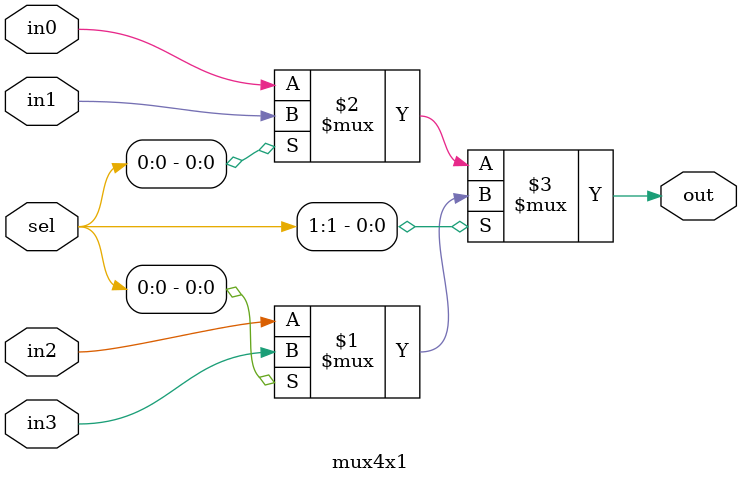
<source format=v>
`timescale 1ns / 1ps


module mux4x1(in0,in1,in2,in3,sel,out);
input in0,in1,in2,in3; 
output  out; 
input [1:0] sel; 
assign out=sel[1]?(sel[0]?in3:in2):(sel[0]?in1:in0); 
endmodule

</source>
